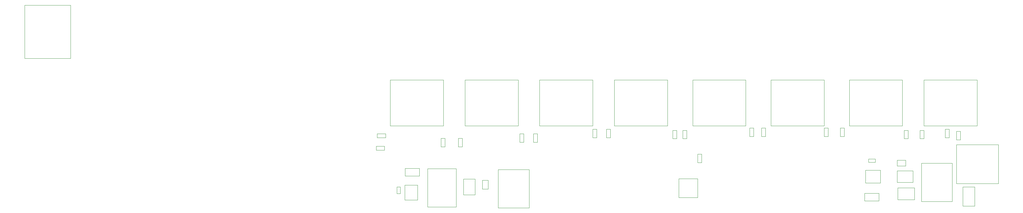
<source format=gbr>
G04 DesignSpark PCB Gerber Version 11.0 Build 5877*
G04 #@! TF.Part,Single*
G04 #@! TF.FileFunction,Other,Process Board - Bottom Documentation*
G04 #@! TF.FilePolarity,Positive*
%FSLAX35Y35*%
%MOIN*%
%ADD15C,0.00197*%
%ADD16C,0.00394*%
G04 #@! TD.AperFunction*
X0Y0D02*
D02*
D15*
X401126Y70585D02*
X391874D01*
Y74915D01*
X401126D01*
Y70585D01*
X402376Y84335D02*
X393124D01*
Y88665D01*
X402376D01*
Y84335D01*
X414689Y22917D02*
Y30083D01*
X418311D01*
Y22917D01*
X414689D01*
X423262Y15732D02*
Y32268D01*
X437238D01*
Y15732D01*
X423262D01*
X423724Y50673D02*
X439276D01*
Y42327D01*
X423724D01*
Y50673D01*
X463085Y74374D02*
Y83626D01*
X467415D01*
Y74374D01*
X463085D01*
X479748Y50077D02*
Y8350D01*
X448252D01*
Y50077D01*
X479748D01*
X481835Y74374D02*
Y83626D01*
X486165D01*
Y74374D01*
X481835D01*
X549335Y79374D02*
Y88626D01*
X553665D01*
Y79374D01*
X549335D01*
X559679Y49138D02*
Y7209D01*
X525821D01*
Y49138D01*
X559679D01*
X564335Y79374D02*
Y88626D01*
X568665D01*
Y79374D01*
X564335D01*
X629335Y84374D02*
Y93626D01*
X633665D01*
Y84374D01*
X629335D01*
X644335D02*
Y93626D01*
X648665D01*
Y84374D01*
X644335D01*
X716835Y83124D02*
Y92376D01*
X721165D01*
Y83124D01*
X716835D01*
X723665Y39335D02*
X744335D01*
Y18665D01*
X723665D01*
Y39335D01*
X732415Y92376D02*
Y83124D01*
X728085D01*
Y92376D01*
X732415D01*
X748665Y66126D02*
Y56874D01*
X744335D01*
Y66126D01*
X748665D01*
X801402Y85624D02*
Y94876D01*
X805732D01*
Y85624D01*
X801402D01*
X814335D02*
Y94876D01*
X818665D01*
Y85624D01*
X814335D01*
X883085D02*
Y94876D01*
X887415D01*
Y85624D01*
X883085D01*
X900585D02*
Y94876D01*
X904915D01*
Y85624D01*
X900585D01*
X928232Y48488D02*
X944768D01*
Y34512D01*
X928232D01*
Y48488D01*
X931667Y60811D02*
X938833D01*
Y57189D01*
X931667D01*
Y60811D01*
X943026Y14827D02*
X927474D01*
Y23173D01*
X943026D01*
Y14827D01*
X963596Y29246D02*
X981904D01*
Y16254D01*
X963596D01*
Y29246D01*
X970585Y83124D02*
Y92376D01*
X974915D01*
Y83124D01*
X970585D01*
X988085D02*
Y92376D01*
X992415D01*
Y83124D01*
X988085D01*
X1015585Y84374D02*
Y93626D01*
X1019915D01*
Y84374D01*
X1015585D01*
X1023429Y56215D02*
Y14285D01*
X989571D01*
Y56215D01*
X1023429D01*
X1028085Y81874D02*
Y91126D01*
X1032415D01*
Y81874D01*
X1028085D01*
D02*
D16*
X56953Y229384D02*
Y171116D01*
X6559D01*
Y229384D01*
X56953D01*
X465634Y97297D02*
X407366D01*
Y147691D01*
X465634D01*
Y97297D01*
X500398Y38911D02*
Y21589D01*
X487602D01*
Y38911D01*
X500398D01*
X514650Y37474D02*
Y28026D01*
X508350D01*
Y37474D01*
X514650D01*
X547524Y97297D02*
X489256D01*
Y147691D01*
X547524D01*
Y97297D01*
X629413D02*
X571146D01*
Y147691D01*
X629413D01*
Y97297D01*
X711303D02*
X653035D01*
Y147691D01*
X711303D01*
Y97297D01*
X797130D02*
X738862D01*
Y147691D01*
X797130D01*
Y97297D01*
X882957D02*
X824689D01*
Y147691D01*
X882957D01*
Y97297D01*
X962839Y47898D02*
X980161D01*
Y35102D01*
X962839D01*
Y47898D01*
X963026Y59650D02*
X972474D01*
Y53350D01*
X963026D01*
Y59650D01*
X968783Y97297D02*
X910516D01*
Y147691D01*
X968783D01*
Y97297D01*
X1027976Y33990D02*
Y76510D01*
X1074157D01*
Y33990D01*
X1027976D01*
X1035004Y9226D02*
Y30093D01*
X1047996D01*
Y9226D01*
X1035004D01*
X1050634Y97297D02*
X992366D01*
Y147691D01*
X1050634D01*
Y97297D01*
X0Y0D02*
M02*

</source>
